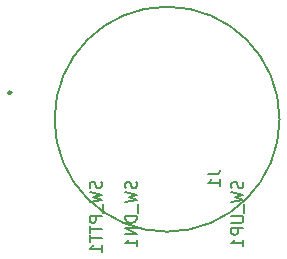
<source format=gbr>
%TF.GenerationSoftware,KiCad,Pcbnew,6.0.11-2627ca5db0~126~ubuntu22.04.1*%
%TF.CreationDate,2024-02-04T10:42:42-08:00*%
%TF.ProjectId,stick-switch,73746963-6b2d-4737-9769-7463682e6b69,rev?*%
%TF.SameCoordinates,Original*%
%TF.FileFunction,Legend,Bot*%
%TF.FilePolarity,Positive*%
%FSLAX46Y46*%
G04 Gerber Fmt 4.6, Leading zero omitted, Abs format (unit mm)*
G04 Created by KiCad (PCBNEW 6.0.11-2627ca5db0~126~ubuntu22.04.1) date 2024-02-04 10:42:42*
%MOMM*%
%LPD*%
G01*
G04 APERTURE LIST*
%ADD10C,0.150000*%
%ADD11C,0.254000*%
G04 APERTURE END LIST*
D10*
X9525000Y0D02*
G75*
G03*
X9525000Y0I-9525000J0D01*
G01*
%TO.C,SW_DN1*%
X-2595234Y-5287977D02*
X-2547615Y-5430835D01*
X-2547615Y-5668933D01*
X-2595234Y-5764171D01*
X-2642854Y-5811791D01*
X-2738093Y-5859410D01*
X-2833332Y-5859410D01*
X-2928570Y-5811791D01*
X-2976190Y-5764171D01*
X-3023809Y-5668933D01*
X-3071429Y-5478455D01*
X-3119048Y-5383216D01*
X-3166668Y-5335597D01*
X-3261906Y-5287977D01*
X-3357145Y-5287977D01*
X-3452384Y-5335597D01*
X-3500004Y-5383216D01*
X-3547623Y-5478455D01*
X-3547623Y-5716552D01*
X-3500004Y-5859410D01*
X-3547623Y-6192746D02*
X-2547615Y-6430843D01*
X-3261906Y-6621321D01*
X-2547615Y-6811799D01*
X-3547623Y-7049896D01*
X-2452376Y-7192754D02*
X-2452376Y-7954665D01*
X-2547615Y-8192762D02*
X-3547623Y-8192762D01*
X-3547623Y-8430860D01*
X-3500004Y-8573718D01*
X-3404765Y-8668957D01*
X-3309526Y-8716576D01*
X-3119048Y-8764196D01*
X-2976190Y-8764196D01*
X-2785712Y-8716576D01*
X-2690473Y-8668957D01*
X-2595234Y-8573718D01*
X-2547615Y-8430860D01*
X-2547615Y-8192762D01*
X-2547615Y-9192770D02*
X-3547623Y-9192770D01*
X-2547615Y-9764204D01*
X-3547623Y-9764204D01*
X-2547615Y-10764212D02*
X-2547615Y-10192778D01*
X-2547615Y-10478495D02*
X-3547623Y-10478495D01*
X-3404765Y-10383256D01*
X-3309526Y-10288017D01*
X-3261906Y-10192778D01*
%TO.C,J1*%
X3452380Y-4666666D02*
X4166666Y-4666666D01*
X4309523Y-4619047D01*
X4404761Y-4523809D01*
X4452380Y-4380952D01*
X4452380Y-4285714D01*
X4452380Y-5666666D02*
X4452380Y-5095238D01*
X4452380Y-5380952D02*
X3452380Y-5380952D01*
X3595238Y-5285714D01*
X3690476Y-5190476D01*
X3738095Y-5095238D01*
%TO.C,SW_PTT1*%
X-5595238Y-5287976D02*
X-5547619Y-5430833D01*
X-5547619Y-5668928D01*
X-5595238Y-5764166D01*
X-5642857Y-5811785D01*
X-5738095Y-5859404D01*
X-5833333Y-5859404D01*
X-5928571Y-5811785D01*
X-5976190Y-5764166D01*
X-6023809Y-5668928D01*
X-6071428Y-5478452D01*
X-6119047Y-5383214D01*
X-6166666Y-5335595D01*
X-6261904Y-5287976D01*
X-6357142Y-5287976D01*
X-6452380Y-5335595D01*
X-6500000Y-5383214D01*
X-6547619Y-5478452D01*
X-6547619Y-5716547D01*
X-6500000Y-5859404D01*
X-6547619Y-6192738D02*
X-5547619Y-6430833D01*
X-6261904Y-6621309D01*
X-5547619Y-6811785D01*
X-6547619Y-7049880D01*
X-5452380Y-7192738D02*
X-5452380Y-7954642D01*
X-5547619Y-8192738D02*
X-6547619Y-8192738D01*
X-6547619Y-8573690D01*
X-6500000Y-8668928D01*
X-6452380Y-8716547D01*
X-6357142Y-8764166D01*
X-6214285Y-8764166D01*
X-6119047Y-8716547D01*
X-6071428Y-8668928D01*
X-6023809Y-8573690D01*
X-6023809Y-8192738D01*
X-6547619Y-9049880D02*
X-6547619Y-9621309D01*
X-5547619Y-9335595D02*
X-6547619Y-9335595D01*
X-6547619Y-9811785D02*
X-6547619Y-10383214D01*
X-5547619Y-10097500D02*
X-6547619Y-10097500D01*
X-5547619Y-11240357D02*
X-5547619Y-10668928D01*
X-5547619Y-10954642D02*
X-6547619Y-10954642D01*
X-6404761Y-10859404D01*
X-6309523Y-10764166D01*
X-6261904Y-10668928D01*
%TO.C,SW_UP1*%
X6404765Y-5287977D02*
X6452384Y-5430836D01*
X6452384Y-5668933D01*
X6404765Y-5764172D01*
X6357145Y-5811791D01*
X6261906Y-5859410D01*
X6166668Y-5859410D01*
X6071429Y-5811791D01*
X6023809Y-5764172D01*
X5976190Y-5668933D01*
X5928570Y-5478455D01*
X5880951Y-5383216D01*
X5833332Y-5335597D01*
X5738093Y-5287977D01*
X5642854Y-5287977D01*
X5547615Y-5335597D01*
X5499996Y-5383216D01*
X5452376Y-5478455D01*
X5452376Y-5716552D01*
X5499996Y-5859410D01*
X5452376Y-6192746D02*
X6452384Y-6430844D01*
X5738093Y-6621321D01*
X6452384Y-6811799D01*
X5452376Y-7049896D01*
X6547623Y-7192754D02*
X6547623Y-7954665D01*
X5452376Y-8192762D02*
X6261906Y-8192762D01*
X6357145Y-8240382D01*
X6404765Y-8288001D01*
X6452384Y-8383240D01*
X6452384Y-8573718D01*
X6404765Y-8668957D01*
X6357145Y-8716576D01*
X6261906Y-8764196D01*
X5452376Y-8764196D01*
X6452384Y-9240390D02*
X5452376Y-9240390D01*
X5452376Y-9621345D01*
X5499996Y-9716584D01*
X5547615Y-9764204D01*
X5642854Y-9811823D01*
X5785712Y-9811823D01*
X5880951Y-9764204D01*
X5928570Y-9716584D01*
X5976190Y-9621345D01*
X5976190Y-9240390D01*
X6452384Y-10764212D02*
X6452384Y-10192778D01*
X6452384Y-10478495D02*
X5452376Y-10478495D01*
X5595234Y-10383256D01*
X5690473Y-10288017D01*
X5738093Y-10192778D01*
D11*
%TO.C,SW_PTT1*%
X-13183000Y2250000D02*
G75*
G03*
X-13183000Y2250000I-127000J0D01*
G01*
%TD*%
M02*

</source>
